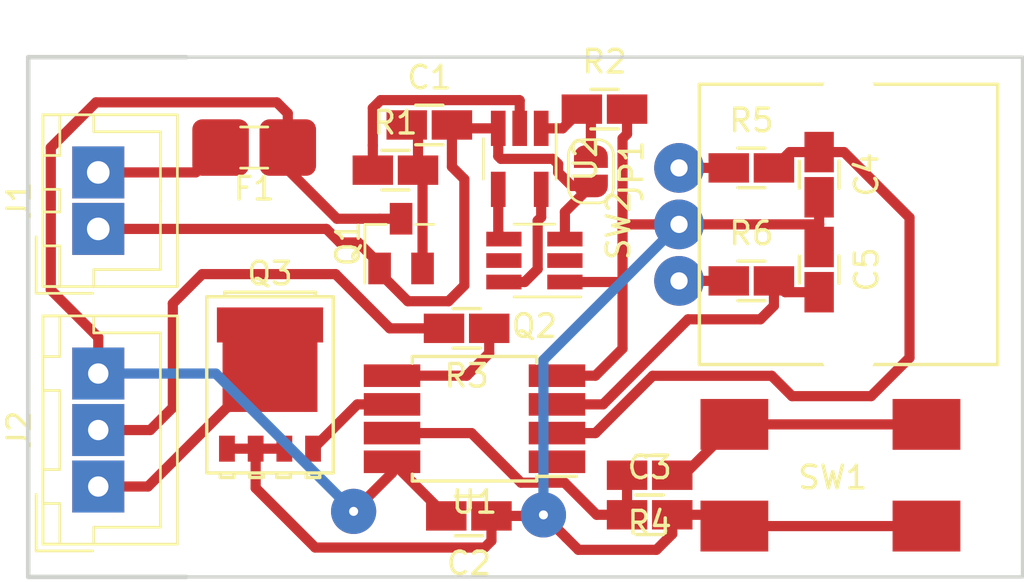
<source format=kicad_pcb>
(kicad_pcb (version 20221018) (generator pcbnew)
  (layers (0 "F.Cu" signal) (31 "B.Cu" signal) (34 "B.Paste" user) (35 "F.Paste" user) (36 "B.SilkS" user "B.Silkscreen") (37 "F.SilkS" user "F.Silkscreen") (38 "B.Mask" user) (39 "F.Mask" user) (44 "Edge.Cuts" user))
  (net 0 "")
  (net 1 "GND")
  (net 2 "VCC")
  (net 3 "Net-(J2-Pad2)")
  (net 4 "Net-(C1-Pad2)")
  (net 5 "Net-(C1-Pad1)")
  (net 6 "Net-(R1-Pad1)")
  (net 7 "NEOPIXEL")
  (net 8 "Net-(Q2-Pad5)")
  (net 9 "Net-(Q2-Pad2)")
  (net 10 "Net-(Q2-Pad4)")
  (net 11 "Net-(Q2-Pad6)")
  (net 12 "Net-(U1-Pad1)")
  (net 13 "Net-(R4-Pad1)")
  (net 14 "BTN")
  (net 15 "Net-(JP1-Pad1)")
  (net 16 "ROT_A")
  (net 17 "ROT_B")
  (net 18 "Net-(R5-Pad1)")
  (net 19 "Net-(R6-Pad1)")
  (net 20 "Net-(J2-Pad1)")
  (net 21 "ENABLE_NEOPIXEL")
  (net 22 "Net-(F1-Pad2)")
  (footprint "coddingtonbear:JST_XH_B03B-XH-A_03x2.50mm_Straight_LargePads" (layer "F.Cu") (at 100.1 93 90)
    (fp_text reference "J2" (at 2.5 -3.5 90) (layer "F.SilkS"))
    (fp_text value "LED")
    (fp_line (start -2.85 -2.75) (end -2.85 -0.25) (stroke (width 0.12)) (layer "F.SilkS"))
    (fp_line (start -2.55 -2.45) (end -2.55 -1.7) (stroke (width 0.12)) (layer "F.SilkS"))
    (fp_line (start -2.55 -2.45) (end -2.55 3.5) (stroke (width 0.12)) (layer "F.SilkS"))
    (fp_line (start -2.55 -1.7) (end -0.75 -1.7) (stroke (width 0.12)) (layer "F.SilkS"))
    (fp_line (start -2.55 -0.2) (end -1.8 -0.2) (stroke (width 0.12)) (layer "F.SilkS"))
    (fp_line (start -2.55 3.5) (end 7.55 3.5) (stroke (width 0.12)) (layer "F.SilkS"))
    (fp_line (start -1.8 -0.2) (end -1.8 2.75) (stroke (width 0.12)) (layer "F.SilkS"))
    (fp_line (start -1.8 2.75) (end 2.5 2.75) (stroke (width 0.12)) (layer "F.SilkS"))
    (fp_line (start -0.75 -2.45) (end -2.55 -2.45) (stroke (width 0.12)) (layer "F.SilkS"))
    (fp_line (start -0.75 -1.7) (end -0.75 -2.45) (stroke (width 0.12)) (layer "F.SilkS"))
    (fp_line (start -0.35 -2.75) (end -2.85 -2.75) (stroke (width 0.12)) (layer "F.SilkS"))
    (fp_line (start 0.75 -2.45) (end 0.75 -1.7) (stroke (width 0.12)) (layer "F.SilkS"))
    (fp_line (start 0.75 -1.7) (end 4.25 -1.7) (stroke (width 0.12)) (layer "F.SilkS"))
    (fp_line (start 4.25 -2.45) (end 0.75 -2.45) (stroke (width 0.12)) (layer "F.SilkS"))
    (fp_line (start 4.25 -1.7) (end 4.25 -2.45) (stroke (width 0.12)) (layer "F.SilkS"))
    (fp_line (start 5.75 -2.45) (end 5.75 -1.7) (stroke (width 0.12)) (layer "F.SilkS"))
    (fp_line (start 5.75 -1.7) (end 7.55 -1.7) (stroke (width 0.12)) (layer "F.SilkS"))
    (fp_line (start 6.8 -0.2) (end 6.8 2.75) (stroke (width 0.12)) (layer "F.SilkS"))
    (fp_line (start 6.8 2.75) (end 2.5 2.75) (stroke (width 0.12)) (layer "F.SilkS"))
    (fp_line (start 7.55 -2.45) (end -2.55 -2.45) (stroke (width 0.12)) (layer "F.SilkS"))
    (fp_line (start 7.55 -2.45) (end 5.75 -2.45) (stroke (width 0.12)) (layer "F.SilkS"))
    (fp_line (start 7.55 -1.7) (end 7.55 -2.45) (stroke (width 0.12)) (layer "F.SilkS"))
    (fp_line (start 7.55 -0.2) (end 6.8 -0.2) (stroke (width 0.12)) (layer "F.SilkS"))
    (fp_line (start 7.55 3.5) (end 7.55 -2.45) (stroke (width 0.12)) (layer "F.SilkS"))
    (pad "1" thru_hole rect (at 0 0 90) (size 2.3 2.3) (drill 0.9) (layers "*.Cu" "*.Mask") (net 20 "Net-(J2-Pad1)"))
    (pad "2" thru_hole rect (at 2.5 0 90) (size 2.3 2.3) (drill 0.9) (layers "*.Cu" "*.Mask") (net 3 "Net-(J2-Pad2)"))
    (pad "3" thru_hole rect (at 5 0 90) (size 2.3 2.3) (drill 0.9) (layers "*.Cu" "*.Mask") (net 2 "VCC"))
  )
  (footprint "coddingtonbear:JST_XH_B02B-XH-A_02x2.50mm_Straight_LargePads" (layer "F.Cu") (at 100.1 81.6 90)
    (fp_text reference "J1" (at 1.25 -3.5 90) (layer "F.SilkS"))
    (fp_text value "Power")
    (fp_line (start -2.85 -2.75) (end -2.85 -0.25) (stroke (width 0.12)) (layer "F.SilkS"))
    (fp_line (start -2.55 -2.45) (end -2.55 -1.7) (stroke (width 0.12)) (layer "F.SilkS"))
    (fp_line (start -2.55 -2.45) (end -2.55 3.5) (stroke (width 0.12)) (layer "F.SilkS"))
    (fp_line (start -2.55 -1.7) (end -0.750001 -1.7) (stroke (width 0.12)) (layer "F.SilkS"))
    (fp_line (start -2.55 -0.2) (end -1.8 -0.2) (stroke (width 0.12)) (layer "F.SilkS"))
    (fp_line (start -2.55 3.5) (end 5.05 3.5) (stroke (width 0.12)) (layer "F.SilkS"))
    (fp_line (start -1.8 -0.2) (end -1.8 2.75) (stroke (width 0.12)) (layer "F.SilkS"))
    (fp_line (start -1.8 2.75) (end 1.25 2.75) (stroke (width 0.12)) (layer "F.SilkS"))
    (fp_line (start -0.750001 -1.7) (end -0.75 -2.450001) (stroke (width 0.12)) (layer "F.SilkS"))
    (fp_line (start -0.75 -2.450001) (end -2.55 -2.45) (stroke (width 0.12)) (layer "F.SilkS"))
    (fp_line (start -0.35 -2.75) (end -2.85 -2.75) (stroke (width 0.12)) (layer "F.SilkS"))
    (fp_line (start 0.75 -2.450001) (end 0.750001 -1.7) (stroke (width 0.12)) (layer "F.SilkS"))
    (fp_line (start 0.750001 -1.7) (end 1.749999 -1.7) (stroke (width 0.12)) (layer "F.SilkS"))
    (fp_line (start 1.749999 -2.45) (end 0.75 -2.450001) (stroke (width 0.12)) (layer "F.SilkS"))
    (fp_line (start 1.749999 -1.7) (end 1.749999 -2.45) (stroke (width 0.12)) (layer "F.SilkS"))
    (fp_line (start 3.25 -2.450001) (end 3.250001 -1.7) (stroke (width 0.12)) (layer "F.SilkS"))
    (fp_line (start 3.250001 -1.7) (end 5.05 -1.7) (stroke (width 0.12)) (layer "F.SilkS"))
    (fp_line (start 4.3 -0.2) (end 4.3 2.75) (stroke (width 0.12)) (layer "F.SilkS"))
    (fp_line (start 4.3 2.75) (end 1.25 2.75) (stroke (width 0.12)) (layer "F.SilkS"))
    (fp_line (start 5.05 -2.45) (end -2.55 -2.45) (stroke (width 0.12)) (layer "F.SilkS"))
    (fp_line (start 5.05 -2.45) (end 3.25 -2.450001) (stroke (width 0.12)) (layer "F.SilkS"))
    (fp_line (start 5.05 -1.7) (end 5.05 -2.45) (stroke (width 0.12)) (layer "F.SilkS"))
    (fp_line (start 5.05 -0.2) (end 4.3 -0.2) (stroke (width 0.12)) (layer "F.SilkS"))
    (fp_line (start 5.05 3.5) (end 5.05 -2.45) (stroke (width 0.12)) (layer "F.SilkS"))
    (pad "1" thru_hole rect (at 0 0 90) (size 2.3 2.3) (drill 1) (layers "*.Cu" "*.Mask") (net 4 "Net-(C1-Pad2)"))
    (pad "2" thru_hole rect (at 2.5 0 90) (size 2.3 2.3) (drill 1) (layers "*.Cu" "*.Mask") (net 22 "Net-(F1-Pad2)"))
  )
  (footprint "coddingtonbear:0805_Milling" (layer "F.Cu") (at 114.75 77)
    (fp_text reference "C1" (at 0 -2.1) (layer "F.SilkS"))
    (fp_text value "0.1u")
    (fp_line (start -0.6 -0.875) (end 0.6 -0.875) (stroke (width 0.15)) (layer "F.SilkS"))
    (fp_line (start 0.6 0.875) (end -0.6 0.875) (stroke (width 0.15)) (layer "F.SilkS"))
    (pad "1" smd rect (at -1 0) (size 1.79 1.3) (layers "F.Cu" "F.Paste" "F.Mask") (net 5 "Net-(C1-Pad1)"))
    (pad "2" smd rect (at 1 0) (size 1.79 1.3) (layers "F.Cu" "F.Paste" "F.Mask") (net 4 "Net-(C1-Pad2)"))
  )
  (footprint "coddingtonbear:0805_Milling" (layer "F.Cu") (at 116.5 94.3 180)
    (fp_text reference "C2" (at 0 -2.1 180) (layer "F.SilkS"))
    (fp_text value "0.1u")
    (fp_line (start -0.6 -0.875) (end 0.6 -0.875) (stroke (width 0.15)) (layer "F.SilkS"))
    (fp_line (start 0.6 0.875) (end -0.6 0.875) (stroke (width 0.15)) (layer "F.SilkS"))
    (pad "1" smd rect (at -1 0 180) (size 1.79 1.3) (layers "F.Cu" "F.Paste" "F.Mask") (net 1 "GND"))
    (pad "2" smd rect (at 1 0 180) (size 1.79 1.3) (layers "F.Cu" "F.Paste" "F.Mask") (net 2 "VCC"))
  )
  (footprint "coddingtonbear:0805_Milling" (layer "F.Cu") (at 113.25 79)
    (fp_text reference "R1" (at 0 -2.1) (layer "F.SilkS"))
    (fp_text value "330")
    (fp_line (start -0.6 -0.875) (end 0.6 -0.875) (stroke (width 0.15)) (layer "F.SilkS"))
    (fp_line (start 0.6 0.875) (end -0.6 0.875) (stroke (width 0.15)) (layer "F.SilkS"))
    (pad "1" smd rect (at -1 0) (size 1.79 1.3) (layers "F.Cu" "F.Paste" "F.Mask") (net 6 "Net-(R1-Pad1)"))
    (pad "2" smd rect (at 1 0) (size 1.79 1.3) (layers "F.Cu" "F.Paste" "F.Mask") (net 5 "Net-(C1-Pad1)"))
  )
  (footprint "coddingtonbear:0805_Milling" (layer "F.Cu") (at 122.5 76.3)
    (fp_text reference "R2" (at 0 -2.1) (layer "F.SilkS"))
    (fp_text value "2.7k")
    (fp_line (start -0.6 -0.875) (end 0.6 -0.875) (stroke (width 0.15)) (layer "F.SilkS"))
    (fp_line (start 0.6 0.875) (end -0.6 0.875) (stroke (width 0.15)) (layer "F.SilkS"))
    (pad "1" smd rect (at -1 0) (size 1.79 1.3) (layers "F.Cu" "F.Paste" "F.Mask") (net 15 "Net-(JP1-Pad1)"))
    (pad "2" smd rect (at 1 0) (size 1.79 1.3) (layers "F.Cu" "F.Paste" "F.Mask") (net 1 "GND"))
  )
  (footprint "coddingtonbear:0805_Milling" (layer "F.Cu") (at 116.4 86 180)
    (fp_text reference "R3" (at 0 -2.1 180) (layer "F.SilkS"))
    (fp_text value "330")
    (fp_line (start -0.6 -0.875) (end 0.6 -0.875) (stroke (width 0.15)) (layer "F.SilkS"))
    (fp_line (start 0.6 0.875) (end -0.6 0.875) (stroke (width 0.15)) (layer "F.SilkS"))
    (pad "1" smd rect (at -1 0 180) (size 1.79 1.3) (layers "F.Cu" "F.Paste" "F.Mask") (net 7 "NEOPIXEL"))
    (pad "2" smd rect (at 1 0 180) (size 1.79 1.3) (layers "F.Cu" "F.Paste" "F.Mask") (net 3 "Net-(J2-Pad2)"))
  )
  (footprint "Package_TO_SOT_SMD:SOT-23-5_HandSoldering" (layer "F.Cu") (at 118.75 78.5 -90)
    (fp_text reference "U2" (at 0 -2.9 270) (layer "F.SilkS"))
    (fp_text value "AP9101C-SOT-25")
    (fp_line (start -0.9 1.61) (end 0.9 1.61) (stroke (width 0.12)) (layer "F.SilkS"))
    (fp_line (start 0.9 -1.61) (end -1.55 -1.61) (stroke (width 0.12)) (layer "F.SilkS"))
    (pad "1" smd rect (at -1.35 -0.95 270) (size 1.56 0.65) (layers "F.Cu" "F.Paste" "F.Mask") (net 15 "Net-(JP1-Pad1)"))
    (pad "2" smd rect (at -1.35 0 270) (size 1.56 0.65) (layers "F.Cu" "F.Paste" "F.Mask") (net 6 "Net-(R1-Pad1)"))
    (pad "3" smd rect (at -1.35 0.95 270) (size 1.56 0.65) (layers "F.Cu" "F.Paste" "F.Mask") (net 4 "Net-(C1-Pad2)"))
    (pad "4" smd rect (at 1.35 0.95 270) (size 1.56 0.65) (layers "F.Cu" "F.Paste" "F.Mask") (net 10 "Net-(Q2-Pad4)"))
    (pad "5" smd rect (at 1.35 -0.95 270) (size 1.56 0.65) (layers "F.Cu" "F.Paste" "F.Mask") (net 11 "Net-(Q2-Pad6)"))
  )
  (footprint "Package_SO:SOIJ-8_5.3x5.3mm_P1.27mm" (layer "F.Cu") (at 116.75 90 180)
    (fp_text reference "U1" (at 0 -3.68 180) (layer "F.SilkS"))
    (fp_text value "ATtiny85-20SU")
    (fp_line (start -2.75 -2.755) (end -2.75 -2.55) (stroke (width 0.15)) (layer "F.SilkS"))
    (fp_line (start -2.75 -2.755) (end 2.75 -2.755) (stroke (width 0.15)) (layer "F.SilkS"))
    (fp_line (start -2.75 -2.55) (end -4.5 -2.55) (stroke (width 0.15)) (layer "F.SilkS"))
    (fp_line (start -2.75 2.755) (end -2.75 2.455) (stroke (width 0.15)) (layer "F.SilkS"))
    (fp_line (start -2.75 2.755) (end 2.75 2.755) (stroke (width 0.15)) (layer "F.SilkS"))
    (fp_line (start 2.75 -2.755) (end 2.75 -2.455) (stroke (width 0.15)) (layer "F.SilkS"))
    (fp_line (start 2.75 2.755) (end 2.75 2.455) (stroke (width 0.15)) (layer "F.SilkS"))
    (pad "1" smd rect (at -3.65 -1.905 180) (size 2.5 1) (layers "F.Cu" "F.Paste" "F.Mask") (net 12 "Net-(U1-Pad1)"))
    (pad "2" smd rect (at -3.65 -0.635 180) (size 2.5 1) (layers "F.Cu" "F.Paste" "F.Mask") (net 16 "ROT_A"))
    (pad "3" smd rect (at -3.65 0.635 180) (size 2.5 1) (layers "F.Cu" "F.Paste" "F.Mask") (net 17 "ROT_B"))
    (pad "4" smd rect (at -3.65 1.905 180) (size 2.5 1) (layers "F.Cu" "F.Paste" "F.Mask") (net 1 "GND"))
    (pad "5" smd rect (at 3.65 1.905 180) (size 2.5 1) (layers "F.Cu" "F.Paste" "F.Mask") (net 7 "NEOPIXEL"))
    (pad "6" smd rect (at 3.65 0.635 180) (size 2.5 1) (layers "F.Cu" "F.Paste" "F.Mask") (net 21 "ENABLE_NEOPIXEL"))
    (pad "7" smd rect (at 3.65 -0.635 180) (size 2.5 1) (layers "F.Cu" "F.Paste" "F.Mask") (net 14 "BTN"))
    (pad "8" smd rect (at 3.65 -1.905 180) (size 2.5 1) (layers "F.Cu" "F.Paste" "F.Mask") (net 2 "VCC"))
  )
  (footprint "Package_TO_SOT_SMD:SuperSOT-3" (layer "F.Cu") (at 113.5 82.25 90)
    (fp_text reference "Q1" (at 0 -2.35 90) (layer "F.SilkS"))
    (fp_text value "Q_PMOS_GSD")
    (fp_line (start -1.75 -1.6) (end 0.85 -1.6) (stroke (width 0.12)) (layer "F.SilkS"))
    (fp_line (start 0.85 -1.6) (end 0.85 -0.65) (stroke (width 0.12)) (layer "F.SilkS"))
    (fp_line (start 0.85 0.65) (end 0.85 1.45) (stroke (width 0.12)) (layer "F.SilkS"))
    (pad "1" smd rect (at -1.1 -0.95 90) (size 1.4 1) (layers "F.Cu" "F.Paste" "F.Mask") (net 4 "Net-(C1-Pad2)"))
    (pad "2" smd rect (at -1.1 0.95 90) (size 1.4 1) (layers "F.Cu" "F.Paste" "F.Mask") (net 5 "Net-(C1-Pad1)"))
    (pad "3" smd rect (at 1.1 0 90) (size 1.4 1) (layers "F.Cu" "F.Paste" "F.Mask") (net 2 "VCC"))
  )
  (footprint "coddingtonbear:SMD_RED_TACTILE_SWITCH" (layer "F.Cu") (at 132.5 92.5)
    (fp_text reference "SW1" (at 0.1 0.1) (layer "F.SilkS"))
    (fp_text value "Control")
    (pad "1" smd rect (at -4.25 -2.25) (size 3 2.25) (layers "F.Cu" "F.Paste" "F.Mask") (net 13 "Net-(R4-Pad1)"))
    (pad "1" smd rect (at 4.25 -2.25) (size 3 2.25) (layers "F.Cu" "F.Paste" "F.Mask") (net 13 "Net-(R4-Pad1)"))
    (pad "2" smd rect (at -4.25 2.25) (size 3 2.25) (layers "F.Cu" "F.Paste" "F.Mask") (net 1 "GND"))
    (pad "2" smd rect (at 4.25 2.25) (size 3 2.25) (layers "F.Cu" "F.Paste" "F.Mask") (net 1 "GND"))
  )
  (footprint "coddingtonbear:0805_Milling" (layer "F.Cu") (at 124.5 94.25)
    (fp_text reference "C3" (at 0 -2.1) (layer "F.SilkS"))
    (fp_text value "0.1u")
    (fp_line (start -0.6 -0.875) (end 0.6 -0.875) (stroke (width 0.15)) (layer "F.SilkS"))
    (fp_line (start 0.6 0.875) (end -0.6 0.875) (stroke (width 0.15)) (layer "F.SilkS"))
    (pad "1" smd rect (at -1 0) (size 1.79 1.3) (layers "F.Cu" "F.Paste" "F.Mask") (net 14 "BTN"))
    (pad "2" smd rect (at 1 0) (size 1.79 1.3) (layers "F.Cu" "F.Paste" "F.Mask") (net 1 "GND"))
  )
  (footprint "coddingtonbear:0805_Milling" (layer "F.Cu") (at 124.5 92.5 180)
    (fp_text reference "R4" (at 0 -2.1 180) (layer "F.SilkS"))
    (fp_text value "1k")
    (fp_line (start -0.6 -0.875) (end 0.6 -0.875) (stroke (width 0.15)) (layer "F.SilkS"))
    (fp_line (start 0.6 0.875) (end -0.6 0.875) (stroke (width 0.15)) (layer "F.SilkS"))
    (pad "1" smd rect (at -1 0 180) (size 1.79 1.3) (layers "F.Cu" "F.Paste" "F.Mask") (net 13 "Net-(R4-Pad1)"))
    (pad "2" smd rect (at 1 0 180) (size 1.79 1.3) (layers "F.Cu" "F.Paste" "F.Mask") (net 14 "BTN"))
  )
  (footprint "Package_TO_SOT_SMD:SOT-23-6_Handsoldering" (layer "F.Cu") (at 119.4 83 180)
    (fp_text reference "Q2" (at 0 -2.9 180) (layer "F.SilkS"))
    (fp_text value "DMG9926UDM")
    (fp_line (start -0.9 1.61) (end 0.9 1.61) (stroke (width 0.12)) (layer "F.SilkS"))
    (fp_line (start 0.9 -1.61) (end -2.05 -1.61) (stroke (width 0.12)) (layer "F.SilkS"))
    (pad "1" smd rect (at -1.35 -0.95 180) (size 1.56 0.65) (layers "F.Cu" "F.Paste" "F.Mask") (net 1 "GND"))
    (pad "2" smd rect (at -1.35 0 180) (size 1.56 0.65) (layers "F.Cu" "F.Paste" "F.Mask") (net 9 "Net-(Q2-Pad2)"))
    (pad "3" smd rect (at -1.35 0.95 180) (size 1.56 0.65) (layers "F.Cu" "F.Paste" "F.Mask") (net 4 "Net-(C1-Pad2)"))
    (pad "4" smd rect (at 1.35 0.95 180) (size 1.56 0.65) (layers "F.Cu" "F.Paste" "F.Mask") (net 10 "Net-(Q2-Pad4)"))
    (pad "5" smd rect (at 1.35 0 180) (size 1.56 0.65) (layers "F.Cu" "F.Paste" "F.Mask") (net 8 "Net-(Q2-Pad5)"))
    (pad "6" smd rect (at 1.35 -0.95 180) (size 1.56 0.65) (layers "F.Cu" "F.Paste" "F.Mask") (net 11 "Net-(Q2-Pad6)"))
  )
  (footprint "Jumper:SolderJumper-2_P1.3mm_Open_RoundedPad1.0x1.5mm" (layer "F.Cu") (at 121.9 79.05 -90)
    (fp_text reference "JP1" (at 0 -1.8 270) (layer "F.SilkS"))
    (fp_text value " Dis Curr Limit")
    (fp_line (start -1.4 0.3) (end -1.4 -0.3) (stroke (width 0.12)) (layer "F.SilkS"))
    (fp_line (start -0.7 -1) (end 0.7 -1) (stroke (width 0.12)) (layer "F.SilkS"))
    (fp_line (start 0.7 1) (end -0.7 1) (stroke (width 0.12)) (layer "F.SilkS"))
    (fp_line (start 1.4 -0.3) (end 1.4 0.3) (stroke (width 0.12)) (layer "F.SilkS"))
    (fp_arc (start -1.4 -0.3) (mid -1.194975 -0.794975) (end -0.7 -1) (stroke (width 0.12)) (layer "F.SilkS"))
    (fp_arc (start -0.7 1) (mid -1.194975 0.794975) (end -1.4 0.3) (stroke (width 0.12)) (layer "F.SilkS"))
    (fp_arc (start 0.7 -1) (mid 1.194975 -0.794975) (end 1.4 -0.3) (stroke (width 0.12)) (layer "F.SilkS"))
    (fp_arc (start 1.4 0.3) (mid 1.194975 0.794975) (end 0.7 1) (stroke (width 0.12)) (layer "F.SilkS"))
    (pad "1" smd custom (at -0.65 0 270) (size 1 0.5) (layers "F.Cu" "F.Mask") (net 15 "Net-(JP1-Pad1)") (options (clearance outline) (anchor rect)) (primitives (gr_circle (center 0 0.25) (end 0.5 0.25) (width 0) (fill yes)) (gr_circle (center 0 -0.25) (end 0.5 -0.25) (width 0) (fill yes)) (gr_poly (pts (xy 0 -0.75) (xy 0.5 -0.75) (xy 0.5 0.75) (xy 0 0.75)) (width 0) (fill yes))))
    (pad "2" smd custom (at 0.65 0 270) (size 1 0.5) (layers "F.Cu" "F.Mask") (net 4 "Net-(C1-Pad2)") (options (clearance outline) (anchor rect)) (primitives (gr_circle (center 0 0.25) (end 0.5 0.25) (width 0) (fill yes)) (gr_circle (center 0 -0.25) (end 0.5 -0.25) (width 0) (fill yes)) (gr_poly (pts (xy 0 -0.75) (xy -0.5 -0.75) (xy -0.5 0.75) (xy 0 0.75)) (width 0) (fill yes))))
  )
  (footprint "coddingtonbear:PES12" (layer "F.Cu") (at 133.3 81.4 -90)
    (fp_text reference "SW2" (at 0.05 10.18 270) (layer "F.SilkS"))
    (fp_text value "Rotary_Encoder")
    (fp_line (start -6.2 -6.6) (end 6.2 -6.6) (stroke (width 0.15)) (layer "F.SilkS"))
    (fp_line (start -6.2 6.6) (end -6.2 -6.6) (stroke (width 0.15)) (layer "F.SilkS"))
    (fp_line (start -6.2 6.6) (end 6.2 6.6) (stroke (width 0.15)) (layer "F.SilkS"))
    (fp_line (start 6.2 -6.6) (end 6.2 6.6) (stroke (width 0.15)) (layer "F.SilkS"))
    (pad "" np_thru_hole circle (at -5.6 0 270) (size 2.5 2.5) (drill 2.5) (layers "*.Cu" "*.Mask"))
    (pad "" np_thru_hole circle (at 5.6 0 270) (size 2.5 2.5) (drill 2.5) (layers "*.Cu" "*.Mask"))
    (pad "A" thru_hole circle (at -2.5 7.5 270) (size 2.2 2.2) (drill 0.762) (layers "*.Cu" "*.Mask") (net 18 "Net-(R5-Pad1)"))
    (pad "B" thru_hole circle (at 2.5 7.5 270) (size 2.2 2.2) (drill 0.762) (layers "*.Cu" "*.Mask") (net 19 "Net-(R6-Pad1)"))
    (pad "C" thru_hole circle (at 0 7.5 270) (size 2.2 2.2) (drill 0.762) (layers "*.Cu" "*.Mask") (net 1 "GND"))
  )
  (footprint "coddingtonbear:0805_Milling" (layer "F.Cu") (at 132 79.2 -90)
    (fp_text reference "C4" (at 0 -2.1 270) (layer "F.SilkS"))
    (fp_text value "0.1u")
    (fp_line (start -0.6 -0.875) (end 0.6 -0.875) (stroke (width 0.15)) (layer "F.SilkS"))
    (fp_line (start 0.6 0.875) (end -0.6 0.875) (stroke (width 0.15)) (layer "F.SilkS"))
    (pad "1" smd rect (at -1 0 270) (size 1.79 1.3) (layers "F.Cu" "F.Paste" "F.Mask") (net 16 "ROT_A"))
    (pad "2" smd rect (at 1 0 270) (size 1.79 1.3) (layers "F.Cu" "F.Paste" "F.Mask") (net 1 "GND"))
  )
  (footprint "coddingtonbear:0805_Milling" (layer "F.Cu") (at 132 83.4 -90)
    (fp_text reference "C5" (at 0 -2.1 270) (layer "F.SilkS"))
    (fp_text value "0.1u")
    (fp_line (start -0.6 -0.875) (end 0.6 -0.875) (stroke (width 0.15)) (layer "F.SilkS"))
    (fp_line (start 0.6 0.875) (end -0.6 0.875) (stroke (width 0.15)) (layer "F.SilkS"))
    (pad "1" smd rect (at -1 0 270) (size 1.79 1.3) (layers "F.Cu" "F.Paste" "F.Mask") (net 1 "GND"))
    (pad "2" smd rect (at 1 0 270) (size 1.79 1.3) (layers "F.Cu" "F.Paste" "F.Mask") (net 17 "ROT_B"))
  )
  (footprint "coddingtonbear:0805_Milling" (layer "F.Cu") (at 129 78.9)
    (fp_text reference "R5" (at 0 -2.1) (layer "F.SilkS"))
    (fp_text value "1k")
    (fp_line (start -0.6 -0.875) (end 0.6 -0.875) (stroke (width 0.15)) (layer "F.SilkS"))
    (fp_line (start 0.6 0.875) (end -0.6 0.875) (stroke (width 0.15)) (layer "F.SilkS"))
    (pad "1" smd rect (at -1 0) (size 1.79 1.3) (layers "F.Cu" "F.Paste" "F.Mask") (net 18 "Net-(R5-Pad1)"))
    (pad "2" smd rect (at 1 0) (size 1.79 1.3) (layers "F.Cu" "F.Paste" "F.Mask") (net 16 "ROT_A"))
  )
  (footprint "coddingtonbear:0805_Milling" (layer "F.Cu") (at 129 83.9)
    (fp_text reference "R6" (at 0 -2.1) (layer "F.SilkS"))
    (fp_text value "1k")
    (fp_line (start -0.6 -0.875) (end 0.6 -0.875) (stroke (width 0.15)) (layer "F.SilkS"))
    (fp_line (start 0.6 0.875) (end -0.6 0.875) (stroke (width 0.15)) (layer "F.SilkS"))
    (pad "1" smd rect (at -1 0) (size 1.79 1.3) (layers "F.Cu" "F.Paste" "F.Mask") (net 19 "Net-(R6-Pad1)"))
    (pad "2" smd rect (at 1 0) (size 1.79 1.3) (layers "F.Cu" "F.Paste" "F.Mask") (net 17 "ROT_B"))
  )
  (footprint "coddingtonbear:PSMN5R4-25YLD" (layer "F.Cu") (at 107.7 88.5)
    (fp_text reference "Q3" (at 0 -4.925) (layer "F.SilkS"))
    (fp_text value "Q_NMOS_SGD")
    (fp_line (start -2.8 -3.9) (end 2.8 -3.9) (stroke (width 0.15)) (layer "F.SilkS"))
    (fp_line (start -2.8 3.9) (end -2.8 -3.9) (stroke (width 0.15)) (layer "F.SilkS"))
    (fp_line (start -2.2 3.9) (end -2.2 4.1) (stroke (width 0.15)) (layer "F.SilkS"))
    (fp_line (start -2.2 4.1) (end -1.6 4.1) (stroke (width 0.15)) (layer "F.SilkS"))
    (fp_line (start -2 -4.1) (end 2 -4.1) (stroke (width 0.15)) (layer "F.SilkS"))
    (fp_line (start -2 -3.9) (end -2 -4.1) (stroke (width 0.15)) (layer "F.SilkS"))
    (fp_line (start -1.6 4.1) (end -1.6 3.9) (stroke (width 0.15)) (layer "F.SilkS"))
    (fp_line (start -0.9 3.9) (end -0.9 4.1) (stroke (width 0.15)) (layer "F.SilkS"))
    (fp_line (start -0.9 4.1) (end -0.3 4.1) (stroke (width 0.15)) (layer "F.SilkS"))
    (fp_line (start -0.3 4.1) (end -0.3 3.9) (stroke (width 0.15)) (layer "F.SilkS"))
    (fp_line (start 0.3 3.9) (end 0.3 4.1) (stroke (width 0.15)) (layer "F.SilkS"))
    (fp_line (start 0.3 4.1) (end 0.9 4.1) (stroke (width 0.15)) (layer "F.SilkS"))
    (fp_line (start 0.9 4.1) (end 0.9 3.9) (stroke (width 0.15)) (layer "F.SilkS"))
    (fp_line (start 1.6 3.9) (end 1.6 4.1) (stroke (width 0.15)) (layer "F.SilkS"))
    (fp_line (start 1.6 4.1) (end 2.2 4.1) (stroke (width 0.15)) (layer "F.SilkS"))
    (fp_line (start 2 -4.1) (end 2 -3.9) (stroke (width 0.15)) (layer "F.SilkS"))
    (fp_line (start 2.2 4.1) (end 2.2 3.9) (stroke (width 0.15)) (layer "F.SilkS"))
    (fp_line (start 2.8 -3.9) (end 2.8 3.9) (stroke (width 0.15)) (layer "F.SilkS"))
    (fp_line (start 2.8 3.9) (end -2.8 3.9) (stroke (width 0.15)) (layer "F.SilkS"))
    (pad "1" smd rect (at -1.905 2.825) (size 0.7 1.15) (layers "F.Cu" "F.Paste" "F.Mask") (net 1 "GND"))
    (pad "1" smd rect (at -0.635 2.825) (size 0.7 1.15) (layers "F.Cu" "F.Paste" "F.Mask") (net 1 "GND"))
    (pad "1" smd rect (at 0.635 2.825) (size 0.7 1.15) (layers "F.Cu" "F.Paste" "F.Mask") (net 1 "GND"))
    (pad "2" smd rect (at 1.905 2.825) (size 0.7 1.15) (layers "F.Cu" "F.Paste" "F.Mask") (net 21 "ENABLE_NEOPIXEL"))
    (pad "3" smd rect (at 0 -2.65) (size 4.7 1.55) (layers "F.Cu" "F.Mask") (net 20 "Net-(J2-Pad1)"))
    (pad "3" smd rect (at 0 -0.45) (size 4.2 3.3) (layers "F.Cu" "F.Mask") (net 20 "Net-(J2-Pad1)"))
  )
  (footprint "coddingtonbear:R_1206_Fuse_HandSolder_LargePads" (layer "F.Cu") (at 107 78 180)
    (fp_text reference "F1" (at 0 -1.82 180) (layer "F.SilkS"))
    (fp_text value "Fuse")
    (fp_line (start -0.602064 -0.91) (end 0.602064 -0.91) (stroke (width 0.12)) (layer "F.SilkS"))
    (fp_line (start -0.602064 0.91) (end 0.602064 0.91) (stroke (width 0.12)) (layer "F.SilkS"))
    (pad "1" smd roundrect (at -1.4875 0 180) (size 2.5 2.5) (layers "F.Cu" "F.Paste" "F.Mask") (roundrect_rratio 0.175) (net 2 "VCC"))
    (pad "2" smd roundrect (at 1.4875 0 180) (size 2.5 2.5) (layers "F.Cu" "F.Paste" "F.Mask") (roundrect_rratio 0.175) (net 22 "Net-(F1-Pad2)"))
  )
  (gr_line (start 104 97) (end 141 97) (stroke (width 0.15)) (layer "Edge.Cuts"))
  (gr_line (start 104 97) (end 97 97) (stroke (width 0.2)) (layer "Edge.Cuts"))
  (gr_line (start 97 97) (end 97 74) (stroke (width 0.2)) (layer "Edge.Cuts"))
  (gr_line (start 97 74) (end 104 74) (stroke (width 0.2)) (layer "Edge.Cuts"))
  (gr_line (start 141 74) (end 104 74) (stroke (width 0.15)) (layer "Edge.Cuts"))
  (gr_line (start 141 97) (end 141 74) (stroke (width 0.15)) (layer "Edge.Cuts"))
  (segment (start 120.799999 95.255016) (end 119.8 94.255017) (width 0.45) (layer "F.Cu") (net 1))
  (segment (start 117.5 94.3) (end 117.5 95.4) (width 0.45) (layer "F.Cu") (net 1))
  (segment (start 132 81.4) (end 132 80.2) (width 0.45) (layer "F.Cu") (net 1))
  (segment (start 109.7 95.7) (end 107.065 93.065) (width 0.45) (layer "F.Cu") (net 1))
  (segment (start 123.3 86.895) (end 123.3 83.95) (width 0.45) (layer "F.Cu") (net 1))
  (segment (start 119.755017 94.3) (end 119.8 94.255017) (width 0.45) (layer "F.Cu") (net 1))
  (segment (start 117.5 94.3) (end 119.755017 94.3) (width 0.45) (layer "F.Cu") (net 1))
  (segment (start 117.2 95.7) (end 109.7 95.7) (width 0.45) (layer "F.Cu") (net 1))
  (segment (start 120.75 83.95) (end 123.3 83.95) (width 0.45) (layer "F.Cu") (net 1))
  (segment (start 105.795 91.325) (end 107.065 91.325) (width 0.45) (layer "F.Cu") (net 1))
  (segment (start 122.1 88.095) (end 123.3 86.895) (width 0.45) (layer "F.Cu") (net 1))
  (segment (start 117.5 95.4) (end 117.2 95.7) (width 0.45) (layer "F.Cu") (net 1))
  (segment (start 125.8 81.4) (end 124.72237 81.4) (width 0.45) (layer "F.Cu") (net 1))
  (segment (start 125.8 81.4) (end 132 81.4) (width 0.45) (layer "F.Cu") (net 1))
  (segment (start 124.72237 81.4) (end 123.3 81.4) (width 0.45) (layer "F.Cu") (net 1))
  (segment (start 123.5 77.4) (end 123.3 77.6) (width 0.45) (layer "F.Cu") (net 1))
  (segment (start 125.5 95.1) (end 124.8 95.8) (width 0.45) (layer "F.Cu") (net 1))
  (segment (start 121.344983 95.8) (end 120.799999 95.255016) (width 0.45) (layer "F.Cu") (net 1))
  (segment (start 123.5 76.3) (end 123.5 77.4) (width 0.45) (layer "F.Cu") (net 1))
  (segment (start 128.25 94.75) (end 136.75 94.75) (width 0.45) (layer "F.Cu") (net 1))
  (segment (start 108.335 91.325) (end 107.065 91.325) (width 0.45) (layer "F.Cu") (net 1))
  (segment (start 120.4 88.095) (end 122.1 88.095) (width 0.45) (layer "F.Cu") (net 1))
  (segment (start 132 82.4) (end 132 81.4) (width 0.45) (layer "F.Cu") (net 1))
  (segment (start 127.75 94.25) (end 128.25 94.75) (width 0.45) (layer "F.Cu") (net 1))
  (segment (start 125.5 94.25) (end 127.75 94.25) (width 0.45) (layer "F.Cu") (net 1))
  (segment (start 123.3 81.4) (end 123.3 83.95) (width 0.45) (layer "F.Cu") (net 1))
  (segment (start 125.5 94.25) (end 125.5 95.1) (width 0.45) (layer "F.Cu") (net 1))
  (segment (start 107.065 93.065) (end 107.065 91.325) (width 0.45) (layer "F.Cu") (net 1))
  (segment (start 123.3 77.6) (end 123.3 81.4) (width 0.45) (layer "F.Cu") (net 1))
  (segment (start 124.8 95.8) (end 121.344983 95.8) (width 0.45) (layer "F.Cu") (net 1))
  (via (at 119.8 94.255017) (size 2) (drill 0.4) (layers "F.Cu" "B.Cu") (net 1))
  (segment (start 125.8 81.4) (end 119.8 87.4) (width 0.45) (layer "B.Cu") (net 1))
  (segment (start 119.8 87.4) (end 119.8 92.840804) (width 0.45) (layer "B.Cu") (net 1))
  (segment (start 119.8 92.840804) (end 119.8 94.255017) (width 0.45) (layer "B.Cu") (net 1))
  (segment (start 98 84.3) (end 98 78) (width 0.45) (layer "F.Cu") (net 2))
  (segment (start 108.4875 78) (end 108.4875 78.975) (width 0.45) (layer "F.Cu") (net 2))
  (segment (start 113.1 91.905) (end 113.1 92.4) (width 0.45) (layer "F.Cu") (net 2))
  (segment (start 112.55 81.15) (end 113.5 81.15) (width 0.45) (layer "F.Cu") (net 2))
  (segment (start 100.1 86.4) (end 98 84.3) (width 0.45) (layer "F.Cu") (net 2))
  (segment (start 100.1 88) (end 100.1 86.4) (width 0.45) (layer "F.Cu") (net 2))
  (segment (start 115.495 94.3) (end 113.1 91.905) (width 0.45) (layer "F.Cu") (net 2))
  (segment (start 115.5 94.3) (end 115.495 94.3) (width 0.45) (layer "F.Cu") (net 2))
  (segment (start 100 76) (end 108 76) (width 0.45) (layer "F.Cu") (net 2))
  (segment (start 108 76) (end 108.4875 76.4875) (width 0.45) (layer "F.Cu") (net 2))
  (segment (start 108.4875 78.975) (end 110.6625 81.15) (width 0.45) (layer "F.Cu") (net 2))
  (segment (start 98 78) (end 100 76) (width 0.45) (layer "F.Cu") (net 2))
  (segment (start 113.1 92.4) (end 111.4 94.1) (width 0.45) (layer "F.Cu") (net 2))
  (segment (start 110.6625 81.15) (end 112.55 81.15) (width 0.45) (layer "F.Cu") (net 2))
  (segment (start 108.4875 76.4875) (end 108.4875 78) (width 0.45) (layer "F.Cu") (net 2))
  (via (at 111.4 94.1) (size 2) (drill 0.4) (layers "F.Cu" "B.Cu") (net 2))
  (segment (start 105.3 88) (end 100.1 88) (width 0.45) (layer "B.Cu") (net 2))
  (segment (start 111.4 94.1) (end 105.3 88) (width 0.45) (layer "B.Cu") (net 2))
  (segment (start 113 86) (end 110.6 83.6) (width 0.45) (layer "F.Cu") (net 3))
  (segment (start 115.4 86) (end 113 86) (width 0.45) (layer "F.Cu") (net 3))
  (segment (start 103.4 84.9) (end 103.4 89.5) (width 0.45) (layer "F.Cu") (net 3))
  (segment (start 103.4 89.5) (end 102.4 90.5) (width 0.45) (layer "F.Cu") (net 3))
  (segment (start 110.6 83.6) (end 104.7 83.6) (width 0.45) (layer "F.Cu") (net 3))
  (segment (start 104.7 83.6) (end 103.4 84.9) (width 0.45) (layer "F.Cu") (net 3))
  (segment (start 102.4 90.5) (end 100.1 90.5) (width 0.45) (layer "F.Cu") (net 3))
  (segment (start 115.9 77.15) (end 115.75 77) (width 0.45) (layer "F.Cu") (net 4))
  (segment (start 112.55 83.15) (end 112.55 83.35) (width 0.45) (layer "F.Cu") (net 4))
  (segment (start 120.450001 79.097593) (end 120.450001 78.729999) (width 0.45) (layer "F.Cu") (net 4))
  (segment (start 117.8 77.15) (end 115.9 77.15) (width 0.45) (layer "F.Cu") (net 4))
  (segment (start 120.75 80.85) (end 121.9 79.7) (width 0.45) (layer "F.Cu") (net 4))
  (segment (start 110.193246 81.6) (end 110.793246 82.2) (width 0.45) (layer "F.Cu") (net 4))
  (segment (start 120.450001 78.729999) (end 120.220002 78.5) (width 0.45) (layer "F.Cu") (net 4))
  (segment (start 112.55 83.55) (end 113.8 84.8) (width 0.45) (layer "F.Cu") (net 4))
  (segment (start 120.220002 78.5) (end 117.92 78.5) (width 0.45) (layer "F.Cu") (net 4))
  (segment (start 116.3 84.1) (end 116.3 79.4) (width 0.45) (layer "F.Cu") (net 4))
  (segment (start 100.1 81.6) (end 110.193246 81.6) (width 0.45) (layer "F.Cu") (net 4))
  (segment (start 116.3 79.4) (end 115.75 78.85) (width 0.45) (layer "F.Cu") (net 4))
  (segment (start 111.6 82.2) (end 112.55 83.15) (width 0.45) (layer "F.Cu") (net 4))
  (segment (start 115.75 78.85) (end 115.75 77) (width 0.45) (layer "F.Cu") (net 4))
  (segment (start 120.75 82.05) (end 120.75 80.85) (width 0.45) (layer "F.Cu") (net 4))
  (segment (start 110.793246 82.2) (end 111.6 82.2) (width 0.45) (layer "F.Cu") (net 4))
  (segment (start 113.8 84.8) (end 115.6 84.8) (width 0.45) (layer "F.Cu") (net 4))
  (segment (start 117.92 78.5) (end 117.8 78.38) (width 0.45) (layer "F.Cu") (net 4))
  (segment (start 112.55 83.35) (end 112.55 83.55) (width 0.45) (layer "F.Cu") (net 4))
  (segment (start 121.052408 79.7) (end 120.450001 79.097593) (width 0.45) (layer "F.Cu") (net 4))
  (segment (start 121.9 79.7) (end 121.052408 79.7) (width 0.45) (layer "F.Cu") (net 4))
  (segment (start 117.8 78.38) (end 117.8 77.15) (width 0.45) (layer "F.Cu") (net 4))
  (segment (start 115.6 84.8) (end 116.3 84.1) (width 0.45) (layer "F.Cu") (net 4))
  (segment (start 114.45 83.35) (end 114.45 79.2) (width 0.45) (layer "F.Cu") (net 5))
  (segment (start 114.25 77.5) (end 113.75 77) (width 0.45) (layer "F.Cu") (net 5))
  (segment (start 114.25 79) (end 114.25 77.5) (width 0.45) (layer "F.Cu") (net 5))
  (segment (start 114.45 79.2) (end 114.25 79) (width 0.45) (layer "F.Cu") (net 5))
  (segment (start 112.25 76.25) (end 112.25 77.9) (width 0.45) (layer "F.Cu") (net 6))
  (segment (start 112.25 77.9) (end 112.25 79) (width 0.45) (layer "F.Cu") (net 6))
  (segment (start 118.75 75.92) (end 118.730011 75.900011) (width 0.45) (layer "F.Cu") (net 6))
  (segment (start 118.75 77.15) (end 118.75 75.92) (width 0.45) (layer "F.Cu") (net 6))
  (segment (start 112.599989 75.900011) (end 112.25 76.25) (width 0.45) (layer "F.Cu") (net 6))
  (segment (start 118.730011 75.900011) (end 112.599989 75.900011) (width 0.45) (layer "F.Cu") (net 6))
  (segment (start 116.405 88.095) (end 117.4 87.1) (width 0.45) (layer "F.Cu") (net 7))
  (segment (start 117.4 87.1) (end 117.4 86) (width 0.45) (layer "F.Cu") (net 7))
  (segment (start 113.1 88.095) (end 116.405 88.095) (width 0.45) (layer "F.Cu") (net 7))
  (segment (start 117.8 79.85) (end 117.8 81.8) (width 0.45) (layer "F.Cu") (net 10))
  (segment (start 117.8 81.8) (end 118.05 82.05) (width 0.45) (layer "F.Cu") (net 10))
  (segment (start 118.05 83.95) (end 118.970002 83.95) (width 0.45) (layer "F.Cu") (net 11))
  (segment (start 119.544999 81.235001) (end 119.7 81.08) (width 0.45) (layer "F.Cu") (net 11))
  (segment (start 119.7 81.08) (end 119.7 79.85) (width 0.45) (layer "F.Cu") (net 11))
  (segment (start 118.970002 83.95) (end 119.544999 83.375003) (width 0.45) (layer "F.Cu") (net 11))
  (segment (start 119.544999 83.375003) (end 119.544999 81.235001) (width 0.45) (layer "F.Cu") (net 11))
  (segment (start 126 92.5) (end 128.25 90.25) (width 0.45) (layer "F.Cu") (net 13))
  (segment (start 125.5 92.5) (end 126 92.5) (width 0.45) (layer "F.Cu") (net 13))
  (segment (start 136.75 90.25) (end 128.25 90.25) (width 0.45) (layer "F.Cu") (net 13))
  (segment (start 120.735001 92.830001) (end 122.155 94.25) (width 0.45) (layer "F.Cu") (net 14))
  (segment (start 123.5 92.5) (end 123.5 94.25) (width 0.45) (layer "F.Cu") (net 14))
  (segment (start 113.1 90.635) (end 116.614998 90.635) (width 0.45) (layer "F.Cu") (net 14))
  (segment (start 122.155 94.25) (end 123.5 94.25) (width 0.45) (layer "F.Cu") (net 14))
  (segment (start 116.614998 90.635) (end 118.809999 92.830001) (width 0.45) (layer "F.Cu") (net 14))
  (segment (start 118.809999 92.830001) (end 120.735001 92.830001) (width 0.45) (layer "F.Cu") (net 14))
  (segment (start 121.9 76.7) (end 121.5 76.3) (width 0.45) (layer "F.Cu") (net 15))
  (segment (start 121.9 78.4) (end 121.9 76.7) (width 0.45) (layer "F.Cu") (net 15))
  (segment (start 120.65 77.15) (end 121.5 76.3) (width 0.45) (layer "F.Cu") (net 15))
  (segment (start 119.7 77.15) (end 120.65 77.15) (width 0.45) (layer "F.Cu") (net 15))
  (segment (start 124.635 88.1) (end 122.1 90.635) (width 0.45) (layer "F.Cu") (net 16))
  (segment (start 122.1 90.635) (end 120.4 90.635) (width 0.45) (layer "F.Cu") (net 16))
  (segment (start 136 87.3) (end 134.3 89) (width 0.45) (layer "F.Cu") (net 16))
  (segment (start 130.8 89) (end 129.9 88.1) (width 0.45) (layer "F.Cu") (net 16))
  (segment (start 136 81.1) (end 136 87.3) (width 0.45) (layer "F.Cu") (net 16))
  (segment (start 132 78.2) (end 133.1 78.2) (width 0.45) (layer "F.Cu") (net 16))
  (segment (start 129.9 88.1) (end 124.635 88.1) (width 0.45) (layer "F.Cu") (net 16))
  (segment (start 130 78.9) (end 130.7 78.2) (width 0.45) (layer "F.Cu") (net 16))
  (segment (start 133.1 78.2) (end 136 81.1) (width 0.45) (layer "F.Cu") (net 16))
  (segment (start 130.7 78.2) (end 132 78.2) (width 0.45) (layer "F.Cu") (net 16))
  (segment (start 134.3 89) (end 130.8 89) (width 0.45) (layer "F.Cu") (net 16))
  (segment (start 130 85) (end 130 83.9) (width 0.45) (layer "F.Cu") (net 17))
  (segment (start 120.4 89.365) (end 122.435 89.365) (width 0.45) (layer "F.Cu") (net 17))
  (segment (start 122.435 89.365) (end 126.2 85.6) (width 0.45) (layer "F.Cu") (net 17))
  (segment (start 129.4 85.6) (end 130 85) (width 0.45) (layer "F.Cu") (net 17))
  (segment (start 130.5 84.4) (end 130 83.9) (width 0.45) (layer "F.Cu") (net 17))
  (segment (start 132 84.4) (end 130.5 84.4) (width 0.45) (layer "F.Cu") (net 17))
  (segment (start 126.2 85.6) (end 129.4 85.6) (width 0.45) (layer "F.Cu") (net 17))
  (segment (start 125.8 78.9) (end 128 78.9) (width 0.45) (layer "F.Cu") (net 18))
  (segment (start 128 83.9) (end 125.8 83.9) (width 0.45) (layer "F.Cu") (net 19))
  (segment (start 100.1 93) (end 102.3 93) (width 0.45) (layer "F.Cu") (net 20))
  (segment (start 102.3 93) (end 107.25 88.05) (width 0.45) (layer "F.Cu") (net 20))
  (segment (start 107.7 88.05) (end 107.7 85.85) (width 0.45) (layer "F.Cu") (net 20))
  (segment (start 107.25 88.05) (end 107.7 88.05) (width 0.45) (layer "F.Cu") (net 20))
  (segment (start 109.605 91.325) (end 111.565 89.365) (width 0.45) (layer "F.Cu") (net 21))
  (segment (start 111.565 89.365) (end 113.1 89.365) (width 0.45) (layer "F.Cu") (net 21))
  (segment (start 104.4125 79.1) (end 105.5125 78) (width 0.45) (layer "F.Cu") (net 22))
  (segment (start 100.1 79.1) (end 104.4125 79.1) (width 0.45) (layer "F.Cu") (net 22))
)
</source>
